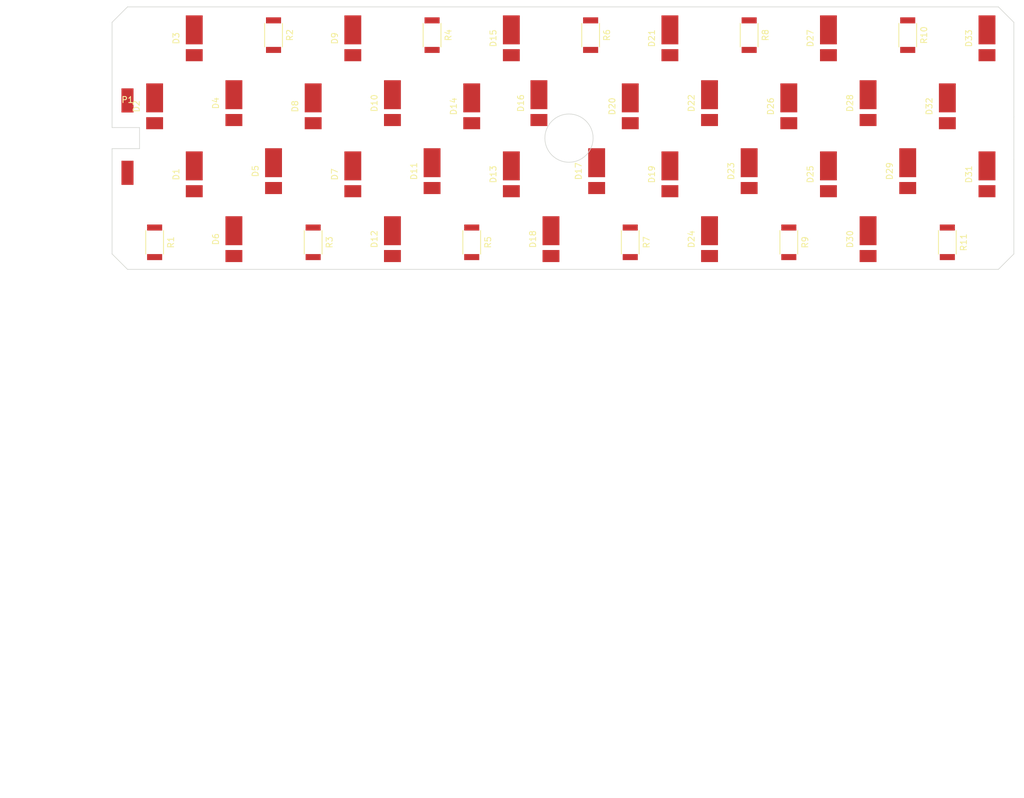
<source format=kicad_pcb>
(kicad_pcb (version 4) (host pcbnew 0.201511290701+6331~38~ubuntu14.04.1-stable)

  (general
    (links 60)
    (no_connects 0)
    (area 90.895402 20.945402 240.504598 64.554598)
    (thickness 1.6)
    (drawings 18)
    (tracks 0)
    (zones 0)
    (modules 45)
    (nets 39)
  )

  (page A4)
  (layers
    (0 F.Cu signal)
    (31 B.Cu signal)
    (32 B.Adhes user)
    (33 F.Adhes user)
    (34 B.Paste user)
    (35 F.Paste user)
    (36 B.SilkS user)
    (37 F.SilkS user)
    (38 B.Mask user)
    (39 F.Mask user hide)
    (40 Dwgs.User user)
    (41 Cmts.User user)
    (42 Eco1.User user)
    (43 Eco2.User user)
    (44 Edge.Cuts user)
    (45 Margin user)
    (46 B.CrtYd user)
    (47 F.CrtYd user)
    (48 B.Fab user)
    (49 F.Fab user)
  )

  (setup
    (last_trace_width 0.25)
    (trace_clearance 0.2)
    (zone_clearance 0.5)
    (zone_45_only no)
    (trace_min 0.2)
    (segment_width 0.2)
    (edge_width 0.2)
    (via_size 0.6)
    (via_drill 0.4)
    (via_min_size 0.4)
    (via_min_drill 0.3)
    (uvia_size 0.3)
    (uvia_drill 0.1)
    (uvias_allowed no)
    (uvia_min_size 0.2)
    (uvia_min_drill 0.1)
    (pcb_text_width 0.3)
    (pcb_text_size 1.5 1.5)
    (mod_edge_width 0.15)
    (mod_text_size 1 1)
    (mod_text_width 0.15)
    (pad_size 1.524 1.524)
    (pad_drill 0.762)
    (pad_to_mask_clearance 0.2)
    (aux_axis_origin 0 0)
    (visible_elements FFFFFF7F)
    (pcbplotparams
      (layerselection 0x00030_80000001)
      (usegerberextensions false)
      (excludeedgelayer true)
      (linewidth 0.100000)
      (plotframeref false)
      (viasonmask false)
      (mode 1)
      (useauxorigin false)
      (hpglpennumber 1)
      (hpglpenspeed 20)
      (hpglpendiameter 15)
      (hpglpenoverlay 2)
      (psnegative false)
      (psa4output false)
      (plotreference true)
      (plotvalue true)
      (plotinvisibletext false)
      (padsonsilk false)
      (subtractmaskfromsilk false)
      (outputformat 1)
      (mirror false)
      (drillshape 1)
      (scaleselection 1)
      (outputdirectory ""))
  )

  (net 0 "")
  (net 1 "Net-(D1-Pad1)")
  (net 2 "Net-(D1-Pad2)")
  (net 3 "Net-(D2-Pad2)")
  (net 4 GND)
  (net 5 "Net-(D4-Pad2)")
  (net 6 "Net-(D5-Pad2)")
  (net 7 "Net-(D7-Pad1)")
  (net 8 "Net-(D7-Pad2)")
  (net 9 "Net-(D8-Pad2)")
  (net 10 "Net-(D10-Pad2)")
  (net 11 "Net-(D11-Pad2)")
  (net 12 "Net-(D13-Pad1)")
  (net 13 "Net-(D13-Pad2)")
  (net 14 "Net-(D14-Pad2)")
  (net 15 "Net-(D16-Pad2)")
  (net 16 "Net-(D17-Pad2)")
  (net 17 "Net-(D19-Pad1)")
  (net 18 "Net-(D19-Pad2)")
  (net 19 "Net-(D20-Pad2)")
  (net 20 "Net-(D22-Pad2)")
  (net 21 "Net-(D23-Pad2)")
  (net 22 "Net-(D25-Pad1)")
  (net 23 "Net-(D25-Pad2)")
  (net 24 "Net-(D26-Pad2)")
  (net 25 "Net-(D28-Pad2)")
  (net 26 "Net-(D29-Pad2)")
  (net 27 "Net-(D31-Pad1)")
  (net 28 "Net-(D31-Pad2)")
  (net 29 "Net-(D32-Pad2)")
  (net 30 "Net-(D34-Pad2)")
  (net 31 "Net-(D35-Pad2)")
  (net 32 VCC)
  (net 33 "Net-(D6-Pad2)")
  (net 34 "Net-(D12-Pad2)")
  (net 35 "Net-(D18-Pad2)")
  (net 36 "Net-(D24-Pad2)")
  (net 37 "Net-(D30-Pad2)")
  (net 38 "Net-(D36-Pad2)")

  (net_class Default "This is the default net class."
    (clearance 0.2)
    (trace_width 0.25)
    (via_dia 0.6)
    (via_drill 0.4)
    (uvia_dia 0.3)
    (uvia_drill 0.1)
    (add_net GND)
    (add_net "Net-(D1-Pad1)")
    (add_net "Net-(D1-Pad2)")
    (add_net "Net-(D10-Pad2)")
    (add_net "Net-(D11-Pad2)")
    (add_net "Net-(D12-Pad2)")
    (add_net "Net-(D13-Pad1)")
    (add_net "Net-(D13-Pad2)")
    (add_net "Net-(D14-Pad2)")
    (add_net "Net-(D16-Pad2)")
    (add_net "Net-(D17-Pad2)")
    (add_net "Net-(D18-Pad2)")
    (add_net "Net-(D19-Pad1)")
    (add_net "Net-(D19-Pad2)")
    (add_net "Net-(D2-Pad2)")
    (add_net "Net-(D20-Pad2)")
    (add_net "Net-(D22-Pad2)")
    (add_net "Net-(D23-Pad2)")
    (add_net "Net-(D24-Pad2)")
    (add_net "Net-(D25-Pad1)")
    (add_net "Net-(D25-Pad2)")
    (add_net "Net-(D26-Pad2)")
    (add_net "Net-(D28-Pad2)")
    (add_net "Net-(D29-Pad2)")
    (add_net "Net-(D30-Pad2)")
    (add_net "Net-(D31-Pad1)")
    (add_net "Net-(D31-Pad2)")
    (add_net "Net-(D32-Pad2)")
    (add_net "Net-(D34-Pad2)")
    (add_net "Net-(D35-Pad2)")
    (add_net "Net-(D36-Pad2)")
    (add_net "Net-(D4-Pad2)")
    (add_net "Net-(D5-Pad2)")
    (add_net "Net-(D6-Pad2)")
    (add_net "Net-(D7-Pad1)")
    (add_net "Net-(D7-Pad2)")
    (add_net "Net-(D8-Pad2)")
    (add_net VCC)
  )

  (module Resistors_SMD:R_2010 (layer F.Cu) (tedit 565C05E8) (tstamp 565AB4D7)
    (at 229.42856 60.024997 270)
    (descr "Resistor SMD 2010, reflow soldering, Vishay (see dcrcw.pdf)")
    (tags "resistor 2010")
    (path /565ACA50)
    (attr smd)
    (fp_text reference R11 (at 0 -2.7 270) (layer F.SilkS)
      (effects (font (size 1 1) (thickness 0.15)))
    )
    (fp_text value R (at 0 2.7 270) (layer F.Fab)
      (effects (font (size 1 1) (thickness 0.15)))
    )
    (fp_line (start -3.25 -1.6) (end 3.25 -1.6) (layer F.CrtYd) (width 0.05))
    (fp_line (start -3.25 1.6) (end 3.25 1.6) (layer F.CrtYd) (width 0.05))
    (fp_line (start -3.25 -1.6) (end -3.25 1.6) (layer F.CrtYd) (width 0.05))
    (fp_line (start 3.25 -1.6) (end 3.25 1.6) (layer F.CrtYd) (width 0.05))
    (fp_line (start 1.95 1.475) (end -1.95 1.475) (layer F.SilkS) (width 0.15))
    (fp_line (start -1.95 -1.475) (end 1.95 -1.475) (layer F.SilkS) (width 0.15))
    (pad 1 smd rect (at -2.45 0 270) (size 1 2.5) (layers F.Cu F.Paste F.Mask)
      (net 38 "Net-(D36-Pad2)"))
    (pad 2 smd rect (at 2.45 0 270) (size 1 2.5) (layers F.Cu F.Paste F.Mask)
      (net 4 GND))
    (model Resistors_SMD.3dshapes/R_2010.wrl
      (at (xyz 0 0 0))
      (scale (xyz 1 1 1))
      (rotate (xyz 0 0 0))
    )
  )

  (module Pin_Headers:Pin_Header_Angled_1x02 (layer F.Cu) (tedit 565ACBA5) (tstamp 565AC9EF)
    (at 93.5 42.5)
    (descr "Through hole pin header")
    (tags "pin header")
    (path /56578325)
    (fp_text reference P1 (at 0 -6.1) (layer F.SilkS)
      (effects (font (size 1 1) (thickness 0.15)))
    )
    (fp_text value CONN_01X02 (at 0 -4.1) (layer F.Fab)
      (effects (font (size 1 1) (thickness 0.15)))
    )
    (pad 1 smd rect (at 0 -6) (size 2 4) (layers F.Cu F.Paste F.Mask)
      (net 32 VCC))
    (pad 2 smd rect (at 0 6) (size 2 4) (layers F.Cu F.Paste F.Mask)
      (net 4 GND))
  )

  (module footprints:LED5730 (layer F.Cu) (tedit 565C054A) (tstamp 565766D9)
    (at 104.571428 26.2 270)
    (path /5657574F)
    (fp_text reference D3 (at 0 3 270) (layer F.SilkS)
      (effects (font (size 1 1) (thickness 0.15)))
    )
    (fp_text value LED (at 0 -3 270) (layer F.Fab)
      (effects (font (size 1 1) (thickness 0.15)))
    )
    (fp_line (start -2.35 -0.5) (end -1.35 -1.5) (layer F.Fab) (width 0.15))
    (fp_line (start 2.35 -1.5) (end 2.35 1.5) (layer F.Fab) (width 0.15))
    (fp_line (start -2.35 -1.5) (end -2.35 1.5) (layer F.Fab) (width 0.15))
    (fp_line (start -2.35 1.5) (end 2.35 1.5) (layer F.Fab) (width 0.15))
    (fp_line (start -2.35 -1.5) (end 2.35 -1.5) (layer F.Fab) (width 0.15))
    (pad 1 smd rect (at -1.4 0 270) (size 4.8 2.8) (layers F.Cu F.Paste F.Mask)
      (net 1 "Net-(D1-Pad1)"))
    (pad 2 smd rect (at 2.8 0 270) (size 2 2.8) (layers F.Cu F.Paste F.Mask)
      (net 2 "Net-(D1-Pad2)"))
    (model /home/miceuz/Xaltura/linear-dimmer/3d/LED5730.wrl
      (at (xyz 0 0 0))
      (scale (xyz 0.393701 0.393701 0.393701))
      (rotate (xyz 0 0 0))
    )
  )

  (module footprints:LED5730 (layer F.Cu) (tedit 565762B5) (tstamp 565766E4)
    (at 98 37.474999 270)
    (path /5657579F)
    (fp_text reference D2 (at 0 3 270) (layer F.SilkS)
      (effects (font (size 1 1) (thickness 0.15)))
    )
    (fp_text value LED (at 0 -3 270) (layer F.Fab)
      (effects (font (size 1 1) (thickness 0.15)))
    )
    (fp_line (start -2.35 -0.5) (end -1.35 -1.5) (layer F.Fab) (width 0.15))
    (fp_line (start 2.35 -1.5) (end 2.35 1.5) (layer F.Fab) (width 0.15))
    (fp_line (start -2.35 -1.5) (end -2.35 1.5) (layer F.Fab) (width 0.15))
    (fp_line (start -2.35 1.5) (end 2.35 1.5) (layer F.Fab) (width 0.15))
    (fp_line (start -2.35 -1.5) (end 2.35 -1.5) (layer F.Fab) (width 0.15))
    (pad 1 smd rect (at -1.4 0 270) (size 4.8 2.8) (layers F.Cu F.Paste F.Mask)
      (net 2 "Net-(D1-Pad2)"))
    (pad 2 smd rect (at 2.8 0 270) (size 2 2.8) (layers F.Cu F.Paste F.Mask)
      (net 3 "Net-(D2-Pad2)"))
    (model /home/miceuz/Xaltura/linear-dimmer/3d/LED5730.wrl
      (at (xyz 0 0 0))
      (scale (xyz 0.393701 0.393701 0.393701))
      (rotate (xyz 0 0 0))
    )
  )

  (module footprints:LED5730 (layer F.Cu) (tedit 565C053F) (tstamp 565766EF)
    (at 104.571428 48.749998 270)
    (path /565757EE)
    (fp_text reference D1 (at 0 3 270) (layer F.SilkS)
      (effects (font (size 1 1) (thickness 0.15)))
    )
    (fp_text value LED (at 0 -3 270) (layer F.Fab)
      (effects (font (size 1 1) (thickness 0.15)))
    )
    (fp_line (start -2.35 -0.5) (end -1.35 -1.5) (layer F.Fab) (width 0.15))
    (fp_line (start 2.35 -1.5) (end 2.35 1.5) (layer F.Fab) (width 0.15))
    (fp_line (start -2.35 -1.5) (end -2.35 1.5) (layer F.Fab) (width 0.15))
    (fp_line (start -2.35 1.5) (end 2.35 1.5) (layer F.Fab) (width 0.15))
    (fp_line (start -2.35 -1.5) (end 2.35 -1.5) (layer F.Fab) (width 0.15))
    (pad 1 smd rect (at -1.4 0 270) (size 4.8 2.8) (layers F.Cu F.Paste F.Mask)
      (net 3 "Net-(D2-Pad2)"))
    (pad 2 smd rect (at 2.8 0 270) (size 2 2.8) (layers F.Cu F.Paste F.Mask)
      (net 4 GND))
    (model /home/miceuz/Xaltura/linear-dimmer/3d/LED5730.wrl
      (at (xyz 0 0 0))
      (scale (xyz 0.393701 0.393701 0.393701))
      (rotate (xyz 0 0 0))
    )
  )

  (module footprints:LED5730 (layer F.Cu) (tedit 565C060A) (tstamp 565766FA)
    (at 130.85714 26.2 270)
    (path /56575858)
    (fp_text reference D9 (at 0 3 270) (layer F.SilkS)
      (effects (font (size 1 1) (thickness 0.15)))
    )
    (fp_text value LED (at 0 -3 270) (layer F.Fab)
      (effects (font (size 1 1) (thickness 0.15)))
    )
    (fp_line (start -2.35 -0.5) (end -1.35 -1.5) (layer F.Fab) (width 0.15))
    (fp_line (start 2.35 -1.5) (end 2.35 1.5) (layer F.Fab) (width 0.15))
    (fp_line (start -2.35 -1.5) (end -2.35 1.5) (layer F.Fab) (width 0.15))
    (fp_line (start -2.35 1.5) (end 2.35 1.5) (layer F.Fab) (width 0.15))
    (fp_line (start -2.35 -1.5) (end 2.35 -1.5) (layer F.Fab) (width 0.15))
    (pad 1 smd rect (at -1.4 0 270) (size 4.8 2.8) (layers F.Cu F.Paste F.Mask)
      (net 32 VCC))
    (pad 2 smd rect (at 2.8 0 270) (size 2 2.8) (layers F.Cu F.Paste F.Mask)
      (net 5 "Net-(D4-Pad2)"))
    (model /home/miceuz/Xaltura/linear-dimmer/3d/LED5730.wrl
      (at (xyz 0 0 0))
      (scale (xyz 0.393701 0.393701 0.393701))
      (rotate (xyz 0 0 0))
    )
  )

  (module footprints:LED5730 (layer F.Cu) (tedit 565C057D) (tstamp 56576705)
    (at 111.142856 36.95 270)
    (path /5657585E)
    (fp_text reference D4 (at 0 3 270) (layer F.SilkS)
      (effects (font (size 1 1) (thickness 0.15)))
    )
    (fp_text value LED (at 0 -3 270) (layer F.Fab)
      (effects (font (size 1 1) (thickness 0.15)))
    )
    (fp_line (start -2.35 -0.5) (end -1.35 -1.5) (layer F.Fab) (width 0.15))
    (fp_line (start 2.35 -1.5) (end 2.35 1.5) (layer F.Fab) (width 0.15))
    (fp_line (start -2.35 -1.5) (end -2.35 1.5) (layer F.Fab) (width 0.15))
    (fp_line (start -2.35 1.5) (end 2.35 1.5) (layer F.Fab) (width 0.15))
    (fp_line (start -2.35 -1.5) (end 2.35 -1.5) (layer F.Fab) (width 0.15))
    (pad 1 smd rect (at -1.4 0 270) (size 4.8 2.8) (layers F.Cu F.Paste F.Mask)
      (net 5 "Net-(D4-Pad2)"))
    (pad 2 smd rect (at 2.8 0 270) (size 2 2.8) (layers F.Cu F.Paste F.Mask)
      (net 6 "Net-(D5-Pad2)"))
    (model /home/miceuz/Xaltura/linear-dimmer/3d/LED5730.wrl
      (at (xyz 0 0 0))
      (scale (xyz 0.3937007874015748 0.3937007874015748 0.3937007874015748))
      (rotate (xyz 0 0 0))
    )
  )

  (module footprints:LED5730 (layer F.Cu) (tedit 565C0581) (tstamp 56576710)
    (at 117.714284 48.224999 270)
    (path /56575864)
    (fp_text reference D5 (at 0 3 270) (layer F.SilkS)
      (effects (font (size 1 1) (thickness 0.15)))
    )
    (fp_text value LED (at 0 -3 270) (layer F.Fab)
      (effects (font (size 1 1) (thickness 0.15)))
    )
    (fp_line (start -2.35 -0.5) (end -1.35 -1.5) (layer F.Fab) (width 0.15))
    (fp_line (start 2.35 -1.5) (end 2.35 1.5) (layer F.Fab) (width 0.15))
    (fp_line (start -2.35 -1.5) (end -2.35 1.5) (layer F.Fab) (width 0.15))
    (fp_line (start -2.35 1.5) (end 2.35 1.5) (layer F.Fab) (width 0.15))
    (fp_line (start -2.35 -1.5) (end 2.35 -1.5) (layer F.Fab) (width 0.15))
    (pad 1 smd rect (at -1.4 0 270) (size 4.8 2.8) (layers F.Cu F.Paste F.Mask)
      (net 6 "Net-(D5-Pad2)"))
    (pad 2 smd rect (at 2.8 0 270) (size 2 2.8) (layers F.Cu F.Paste F.Mask)
      (net 33 "Net-(D6-Pad2)"))
    (model /home/miceuz/Xaltura/linear-dimmer/3d/LED5730.wrl
      (at (xyz 0 0 0))
      (scale (xyz 0.393701 0.393701 0.393701))
      (rotate (xyz 0 0 0))
    )
  )

  (module footprints:LED5730 (layer F.Cu) (tedit 565C0639) (tstamp 5657671B)
    (at 157.142852 26.2 270)
    (path /565758D0)
    (fp_text reference D15 (at 0 3 270) (layer F.SilkS)
      (effects (font (size 1 1) (thickness 0.15)))
    )
    (fp_text value LED (at 0 -3 270) (layer F.Fab)
      (effects (font (size 1 1) (thickness 0.15)))
    )
    (fp_line (start -2.35 -0.5) (end -1.35 -1.5) (layer F.Fab) (width 0.15))
    (fp_line (start 2.35 -1.5) (end 2.35 1.5) (layer F.Fab) (width 0.15))
    (fp_line (start -2.35 -1.5) (end -2.35 1.5) (layer F.Fab) (width 0.15))
    (fp_line (start -2.35 1.5) (end 2.35 1.5) (layer F.Fab) (width 0.15))
    (fp_line (start -2.35 -1.5) (end 2.35 -1.5) (layer F.Fab) (width 0.15))
    (pad 1 smd rect (at -1.4 0 270) (size 4.8 2.8) (layers F.Cu F.Paste F.Mask)
      (net 7 "Net-(D7-Pad1)"))
    (pad 2 smd rect (at 2.8 0 270) (size 2 2.8) (layers F.Cu F.Paste F.Mask)
      (net 8 "Net-(D7-Pad2)"))
    (model /home/miceuz/Xaltura/linear-dimmer/3d/LED5730.wrl
      (at (xyz 0 0 0))
      (scale (xyz 0.393701 0.393701 0.393701))
      (rotate (xyz 0 0 0))
    )
  )

  (module footprints:LED5730 (layer F.Cu) (tedit 565762B5) (tstamp 56576726)
    (at 124.285712 37.474999 270)
    (path /565758D6)
    (fp_text reference D8 (at 0 3 270) (layer F.SilkS)
      (effects (font (size 1 1) (thickness 0.15)))
    )
    (fp_text value LED (at 0 -3 270) (layer F.Fab)
      (effects (font (size 1 1) (thickness 0.15)))
    )
    (fp_line (start -2.35 -0.5) (end -1.35 -1.5) (layer F.Fab) (width 0.15))
    (fp_line (start 2.35 -1.5) (end 2.35 1.5) (layer F.Fab) (width 0.15))
    (fp_line (start -2.35 -1.5) (end -2.35 1.5) (layer F.Fab) (width 0.15))
    (fp_line (start -2.35 1.5) (end 2.35 1.5) (layer F.Fab) (width 0.15))
    (fp_line (start -2.35 -1.5) (end 2.35 -1.5) (layer F.Fab) (width 0.15))
    (pad 1 smd rect (at -1.4 0 270) (size 4.8 2.8) (layers F.Cu F.Paste F.Mask)
      (net 8 "Net-(D7-Pad2)"))
    (pad 2 smd rect (at 2.8 0 270) (size 2 2.8) (layers F.Cu F.Paste F.Mask)
      (net 9 "Net-(D8-Pad2)"))
    (model /home/miceuz/Xaltura/linear-dimmer/3d/LED5730.wrl
      (at (xyz 0 0 0))
      (scale (xyz 0.393701 0.393701 0.393701))
      (rotate (xyz 0 0 0))
    )
  )

  (module footprints:LED5730 (layer F.Cu) (tedit 565C0587) (tstamp 56576731)
    (at 111.142856 59.499998 270)
    (path /565758DC)
    (fp_text reference D6 (at 0 3 270) (layer F.SilkS)
      (effects (font (size 1 1) (thickness 0.15)))
    )
    (fp_text value LED (at 0 -3 270) (layer F.Fab)
      (effects (font (size 1 1) (thickness 0.15)))
    )
    (fp_line (start -2.35 -0.5) (end -1.35 -1.5) (layer F.Fab) (width 0.15))
    (fp_line (start 2.35 -1.5) (end 2.35 1.5) (layer F.Fab) (width 0.15))
    (fp_line (start -2.35 -1.5) (end -2.35 1.5) (layer F.Fab) (width 0.15))
    (fp_line (start -2.35 1.5) (end 2.35 1.5) (layer F.Fab) (width 0.15))
    (fp_line (start -2.35 -1.5) (end 2.35 -1.5) (layer F.Fab) (width 0.15))
    (pad 1 smd rect (at -1.4 0 270) (size 4.8 2.8) (layers F.Cu F.Paste F.Mask)
      (net 9 "Net-(D8-Pad2)"))
    (pad 2 smd rect (at 2.8 0 270) (size 2 2.8) (layers F.Cu F.Paste F.Mask)
      (net 4 GND))
    (model /home/miceuz/Xaltura/linear-dimmer/3d/LED5730.wrl
      (at (xyz 0 0 0))
      (scale (xyz 0.3937007874015748 0.3937007874015748 0.3937007874015748))
      (rotate (xyz 0 0 0))
    )
  )

  (module footprints:LED5730 (layer F.Cu) (tedit 565C0790) (tstamp 5657673C)
    (at 183.428564 26.2 270)
    (path /56575A83)
    (fp_text reference D21 (at 0 3 270) (layer F.SilkS)
      (effects (font (size 1 1) (thickness 0.15)))
    )
    (fp_text value LED (at 0 -3 270) (layer F.Fab)
      (effects (font (size 1 1) (thickness 0.15)))
    )
    (fp_line (start -2.35 -0.5) (end -1.35 -1.5) (layer F.Fab) (width 0.15))
    (fp_line (start 2.35 -1.5) (end 2.35 1.5) (layer F.Fab) (width 0.15))
    (fp_line (start -2.35 -1.5) (end -2.35 1.5) (layer F.Fab) (width 0.15))
    (fp_line (start -2.35 1.5) (end 2.35 1.5) (layer F.Fab) (width 0.15))
    (fp_line (start -2.35 -1.5) (end 2.35 -1.5) (layer F.Fab) (width 0.15))
    (pad 1 smd rect (at -1.4 0 270) (size 4.8 2.8) (layers F.Cu F.Paste F.Mask)
      (net 32 VCC))
    (pad 2 smd rect (at 2.8 0 270) (size 2 2.8) (layers F.Cu F.Paste F.Mask)
      (net 10 "Net-(D10-Pad2)"))
    (model /home/miceuz/Xaltura/linear-dimmer/3d/LED5730.wrl
      (at (xyz 0 0 0))
      (scale (xyz 0.393701 0.393701 0.393701))
      (rotate (xyz 0 0 0))
    )
  )

  (module footprints:LED5730 (layer F.Cu) (tedit 565C0614) (tstamp 56576747)
    (at 137.428568 36.95 270)
    (path /56575A89)
    (fp_text reference D10 (at 0 3 270) (layer F.SilkS)
      (effects (font (size 1 1) (thickness 0.15)))
    )
    (fp_text value LED (at 0 -3 270) (layer F.Fab)
      (effects (font (size 1 1) (thickness 0.15)))
    )
    (fp_line (start -2.35 -0.5) (end -1.35 -1.5) (layer F.Fab) (width 0.15))
    (fp_line (start 2.35 -1.5) (end 2.35 1.5) (layer F.Fab) (width 0.15))
    (fp_line (start -2.35 -1.5) (end -2.35 1.5) (layer F.Fab) (width 0.15))
    (fp_line (start -2.35 1.5) (end 2.35 1.5) (layer F.Fab) (width 0.15))
    (fp_line (start -2.35 -1.5) (end 2.35 -1.5) (layer F.Fab) (width 0.15))
    (pad 1 smd rect (at -1.4 0 270) (size 4.8 2.8) (layers F.Cu F.Paste F.Mask)
      (net 10 "Net-(D10-Pad2)"))
    (pad 2 smd rect (at 2.8 0 270) (size 2 2.8) (layers F.Cu F.Paste F.Mask)
      (net 11 "Net-(D11-Pad2)"))
    (model /home/miceuz/Xaltura/linear-dimmer/3d/LED5730.wrl
      (at (xyz 0 0 0))
      (scale (xyz 0.3937007874015748 0.3937007874015748 0.3937007874015748))
      (rotate (xyz 0 0 0))
    )
  )

  (module footprints:LED5730 (layer F.Cu) (tedit 565C05FB) (tstamp 56576752)
    (at 130.85714 48.749998 270)
    (path /56575A8F)
    (fp_text reference D7 (at 0 3 270) (layer F.SilkS)
      (effects (font (size 1 1) (thickness 0.15)))
    )
    (fp_text value LED (at 0 -3 270) (layer F.Fab)
      (effects (font (size 1 1) (thickness 0.15)))
    )
    (fp_line (start -2.35 -0.5) (end -1.35 -1.5) (layer F.Fab) (width 0.15))
    (fp_line (start 2.35 -1.5) (end 2.35 1.5) (layer F.Fab) (width 0.15))
    (fp_line (start -2.35 -1.5) (end -2.35 1.5) (layer F.Fab) (width 0.15))
    (fp_line (start -2.35 1.5) (end 2.35 1.5) (layer F.Fab) (width 0.15))
    (fp_line (start -2.35 -1.5) (end 2.35 -1.5) (layer F.Fab) (width 0.15))
    (pad 1 smd rect (at -1.4 0 270) (size 4.8 2.8) (layers F.Cu F.Paste F.Mask)
      (net 11 "Net-(D11-Pad2)"))
    (pad 2 smd rect (at 2.8 0 270) (size 2 2.8) (layers F.Cu F.Paste F.Mask)
      (net 34 "Net-(D12-Pad2)"))
    (model /home/miceuz/Xaltura/linear-dimmer/3d/LED5730.wrl
      (at (xyz 0 0 0))
      (scale (xyz 0.393701 0.393701 0.393701))
      (rotate (xyz 0 0 0))
    )
  )

  (module footprints:LED5730 (layer F.Cu) (tedit 565C0633) (tstamp 5657675D)
    (at 150.571424 37.474999 270)
    (path /56575A95)
    (fp_text reference D14 (at 0 3 270) (layer F.SilkS)
      (effects (font (size 1 1) (thickness 0.15)))
    )
    (fp_text value LED (at 0 -3 270) (layer F.Fab)
      (effects (font (size 1 1) (thickness 0.15)))
    )
    (fp_line (start -2.35 -0.5) (end -1.35 -1.5) (layer F.Fab) (width 0.15))
    (fp_line (start 2.35 -1.5) (end 2.35 1.5) (layer F.Fab) (width 0.15))
    (fp_line (start -2.35 -1.5) (end -2.35 1.5) (layer F.Fab) (width 0.15))
    (fp_line (start -2.35 1.5) (end 2.35 1.5) (layer F.Fab) (width 0.15))
    (fp_line (start -2.35 -1.5) (end 2.35 -1.5) (layer F.Fab) (width 0.15))
    (pad 1 smd rect (at -1.4 0 270) (size 4.8 2.8) (layers F.Cu F.Paste F.Mask)
      (net 12 "Net-(D13-Pad1)"))
    (pad 2 smd rect (at 2.8 0 270) (size 2 2.8) (layers F.Cu F.Paste F.Mask)
      (net 13 "Net-(D13-Pad2)"))
    (model /home/miceuz/Xaltura/linear-dimmer/3d/LED5730.wrl
      (at (xyz 0 0 0))
      (scale (xyz 0.393701 0.393701 0.393701))
      (rotate (xyz 0 0 0))
    )
  )

  (module footprints:LED5730 (layer F.Cu) (tedit 565C0618) (tstamp 56576768)
    (at 143.999996 48.224999 270)
    (path /56575A9B)
    (fp_text reference D11 (at 0 3 270) (layer F.SilkS)
      (effects (font (size 1 1) (thickness 0.15)))
    )
    (fp_text value LED (at 0 -3 270) (layer F.Fab)
      (effects (font (size 1 1) (thickness 0.15)))
    )
    (fp_line (start -2.35 -0.5) (end -1.35 -1.5) (layer F.Fab) (width 0.15))
    (fp_line (start 2.35 -1.5) (end 2.35 1.5) (layer F.Fab) (width 0.15))
    (fp_line (start -2.35 -1.5) (end -2.35 1.5) (layer F.Fab) (width 0.15))
    (fp_line (start -2.35 1.5) (end 2.35 1.5) (layer F.Fab) (width 0.15))
    (fp_line (start -2.35 -1.5) (end 2.35 -1.5) (layer F.Fab) (width 0.15))
    (pad 1 smd rect (at -1.4 0 270) (size 4.8 2.8) (layers F.Cu F.Paste F.Mask)
      (net 13 "Net-(D13-Pad2)"))
    (pad 2 smd rect (at 2.8 0 270) (size 2 2.8) (layers F.Cu F.Paste F.Mask)
      (net 14 "Net-(D14-Pad2)"))
    (model /home/miceuz/Xaltura/linear-dimmer/3d/LED5730.wrl
      (at (xyz 0 0 0))
      (scale (xyz 0.393701 0.393701 0.393701))
      (rotate (xyz 0 0 0))
    )
  )

  (module footprints:LED5730 (layer F.Cu) (tedit 565C061D) (tstamp 56576773)
    (at 137.428568 59.499998 270)
    (path /56575AA1)
    (fp_text reference D12 (at 0 3 270) (layer F.SilkS)
      (effects (font (size 1 1) (thickness 0.15)))
    )
    (fp_text value LED (at 0 -3 270) (layer F.Fab)
      (effects (font (size 1 1) (thickness 0.15)))
    )
    (fp_line (start -2.35 -0.5) (end -1.35 -1.5) (layer F.Fab) (width 0.15))
    (fp_line (start 2.35 -1.5) (end 2.35 1.5) (layer F.Fab) (width 0.15))
    (fp_line (start -2.35 -1.5) (end -2.35 1.5) (layer F.Fab) (width 0.15))
    (fp_line (start -2.35 1.5) (end 2.35 1.5) (layer F.Fab) (width 0.15))
    (fp_line (start -2.35 -1.5) (end 2.35 -1.5) (layer F.Fab) (width 0.15))
    (pad 1 smd rect (at -1.4 0 270) (size 4.8 2.8) (layers F.Cu F.Paste F.Mask)
      (net 14 "Net-(D14-Pad2)"))
    (pad 2 smd rect (at 2.8 0 270) (size 2 2.8) (layers F.Cu F.Paste F.Mask)
      (net 4 GND))
    (model /home/miceuz/Xaltura/linear-dimmer/3d/LED5730.wrl
      (at (xyz 0 0 0))
      (scale (xyz 0.393701 0.393701 0.393701))
      (rotate (xyz 0 0 0))
    )
  )

  (module footprints:LED5730 (layer F.Cu) (tedit 565C07B8) (tstamp 5657677E)
    (at 209.714276 26.2 270)
    (path /56575AA7)
    (fp_text reference D27 (at 0 3 270) (layer F.SilkS)
      (effects (font (size 1 1) (thickness 0.15)))
    )
    (fp_text value LED (at 0 -3 270) (layer F.Fab)
      (effects (font (size 1 1) (thickness 0.15)))
    )
    (fp_line (start -2.35 -0.5) (end -1.35 -1.5) (layer F.Fab) (width 0.15))
    (fp_line (start 2.35 -1.5) (end 2.35 1.5) (layer F.Fab) (width 0.15))
    (fp_line (start -2.35 -1.5) (end -2.35 1.5) (layer F.Fab) (width 0.15))
    (fp_line (start -2.35 1.5) (end 2.35 1.5) (layer F.Fab) (width 0.15))
    (fp_line (start -2.35 -1.5) (end 2.35 -1.5) (layer F.Fab) (width 0.15))
    (pad 1 smd rect (at -1.4 0 270) (size 4.8 2.8) (layers F.Cu F.Paste F.Mask)
      (net 32 VCC))
    (pad 2 smd rect (at 2.8 0 270) (size 2 2.8) (layers F.Cu F.Paste F.Mask)
      (net 15 "Net-(D16-Pad2)"))
    (model /home/miceuz/Xaltura/linear-dimmer/3d/LED5730.wrl
      (at (xyz 0 0 0))
      (scale (xyz 0.393701 0.393701 0.393701))
      (rotate (xyz 0 0 0))
    )
  )

  (module footprints:LED5730 (layer F.Cu) (tedit 565C0772) (tstamp 56576789)
    (at 161.71428 36.95 270)
    (path /56575AAD)
    (fp_text reference D16 (at 0 3 270) (layer F.SilkS)
      (effects (font (size 1 1) (thickness 0.15)))
    )
    (fp_text value LED (at 0 -3 270) (layer F.Fab)
      (effects (font (size 1 1) (thickness 0.15)))
    )
    (fp_line (start -2.35 -0.5) (end -1.35 -1.5) (layer F.Fab) (width 0.15))
    (fp_line (start 2.35 -1.5) (end 2.35 1.5) (layer F.Fab) (width 0.15))
    (fp_line (start -2.35 -1.5) (end -2.35 1.5) (layer F.Fab) (width 0.15))
    (fp_line (start -2.35 1.5) (end 2.35 1.5) (layer F.Fab) (width 0.15))
    (fp_line (start -2.35 -1.5) (end 2.35 -1.5) (layer F.Fab) (width 0.15))
    (pad 1 smd rect (at -1.4 0 270) (size 4.8 2.8) (layers F.Cu F.Paste F.Mask)
      (net 15 "Net-(D16-Pad2)"))
    (pad 2 smd rect (at 2.8 0 270) (size 2 2.8) (layers F.Cu F.Paste F.Mask)
      (net 16 "Net-(D17-Pad2)"))
    (model /home/miceuz/Xaltura/linear-dimmer/3d/LED5730.wrl
      (at (xyz 0 0 0))
      (scale (xyz 0.393701 0.393701 0.393701))
      (rotate (xyz 0 0 0))
    )
  )

  (module footprints:LED5730 (layer F.Cu) (tedit 565C062B) (tstamp 56576794)
    (at 157.142852 48.749998 270)
    (path /56575AB3)
    (fp_text reference D13 (at 0 3 270) (layer F.SilkS)
      (effects (font (size 1 1) (thickness 0.15)))
    )
    (fp_text value LED (at 0 -3 270) (layer F.Fab)
      (effects (font (size 1 1) (thickness 0.15)))
    )
    (fp_line (start -2.35 -0.5) (end -1.35 -1.5) (layer F.Fab) (width 0.15))
    (fp_line (start 2.35 -1.5) (end 2.35 1.5) (layer F.Fab) (width 0.15))
    (fp_line (start -2.35 -1.5) (end -2.35 1.5) (layer F.Fab) (width 0.15))
    (fp_line (start -2.35 1.5) (end 2.35 1.5) (layer F.Fab) (width 0.15))
    (fp_line (start -2.35 -1.5) (end 2.35 -1.5) (layer F.Fab) (width 0.15))
    (pad 1 smd rect (at -1.4 0 270) (size 4.8 2.8) (layers F.Cu F.Paste F.Mask)
      (net 16 "Net-(D17-Pad2)"))
    (pad 2 smd rect (at 2.8 0 270) (size 2 2.8) (layers F.Cu F.Paste F.Mask)
      (net 35 "Net-(D18-Pad2)"))
    (model /home/miceuz/Xaltura/linear-dimmer/3d/LED5730.wrl
      (at (xyz 0 0 0))
      (scale (xyz 0.393701 0.393701 0.393701))
      (rotate (xyz 0 0 0))
    )
  )

  (module footprints:LED5730 (layer F.Cu) (tedit 565C078B) (tstamp 5657679F)
    (at 176.857136 37.474999 270)
    (path /565763B9)
    (fp_text reference D20 (at 0 3 270) (layer F.SilkS)
      (effects (font (size 1 1) (thickness 0.15)))
    )
    (fp_text value LED (at 0 -3 270) (layer F.Fab)
      (effects (font (size 1 1) (thickness 0.15)))
    )
    (fp_line (start -2.35 -0.5) (end -1.35 -1.5) (layer F.Fab) (width 0.15))
    (fp_line (start 2.35 -1.5) (end 2.35 1.5) (layer F.Fab) (width 0.15))
    (fp_line (start -2.35 -1.5) (end -2.35 1.5) (layer F.Fab) (width 0.15))
    (fp_line (start -2.35 1.5) (end 2.35 1.5) (layer F.Fab) (width 0.15))
    (fp_line (start -2.35 -1.5) (end 2.35 -1.5) (layer F.Fab) (width 0.15))
    (pad 1 smd rect (at -1.4 0 270) (size 4.8 2.8) (layers F.Cu F.Paste F.Mask)
      (net 17 "Net-(D19-Pad1)"))
    (pad 2 smd rect (at 2.8 0 270) (size 2 2.8) (layers F.Cu F.Paste F.Mask)
      (net 18 "Net-(D19-Pad2)"))
    (model /home/miceuz/Xaltura/linear-dimmer/3d/LED5730.wrl
      (at (xyz 0 0 0))
      (scale (xyz 0.393701 0.393701 0.393701))
      (rotate (xyz 0 0 0))
    )
  )

  (module footprints:LED5730 (layer F.Cu) (tedit 565C0777) (tstamp 565767AA)
    (at 171.285708 48.224999 270)
    (path /565763BF)
    (fp_text reference D17 (at 0 3 270) (layer F.SilkS)
      (effects (font (size 1 1) (thickness 0.15)))
    )
    (fp_text value LED (at 0 -3 270) (layer F.Fab)
      (effects (font (size 1 1) (thickness 0.15)))
    )
    (fp_line (start -2.35 -0.5) (end -1.35 -1.5) (layer F.Fab) (width 0.15))
    (fp_line (start 2.35 -1.5) (end 2.35 1.5) (layer F.Fab) (width 0.15))
    (fp_line (start -2.35 -1.5) (end -2.35 1.5) (layer F.Fab) (width 0.15))
    (fp_line (start -2.35 1.5) (end 2.35 1.5) (layer F.Fab) (width 0.15))
    (fp_line (start -2.35 -1.5) (end 2.35 -1.5) (layer F.Fab) (width 0.15))
    (pad 1 smd rect (at -1.4 0 270) (size 4.8 2.8) (layers F.Cu F.Paste F.Mask)
      (net 18 "Net-(D19-Pad2)"))
    (pad 2 smd rect (at 2.8 0 270) (size 2 2.8) (layers F.Cu F.Paste F.Mask)
      (net 19 "Net-(D20-Pad2)"))
    (model /home/miceuz/Xaltura/linear-dimmer/3d/LED5730.wrl
      (at (xyz 0 0 0))
      (scale (xyz 0.393701 0.393701 0.393701))
      (rotate (xyz 0 0 0))
    )
  )

  (module footprints:LED5730 (layer F.Cu) (tedit 565C077C) (tstamp 565767B5)
    (at 163.71428 59.499998 270)
    (path /565763C5)
    (fp_text reference D18 (at 0 3 270) (layer F.SilkS)
      (effects (font (size 1 1) (thickness 0.15)))
    )
    (fp_text value LED (at 0 -3 270) (layer F.Fab)
      (effects (font (size 1 1) (thickness 0.15)))
    )
    (fp_line (start -2.35 -0.5) (end -1.35 -1.5) (layer F.Fab) (width 0.15))
    (fp_line (start 2.35 -1.5) (end 2.35 1.5) (layer F.Fab) (width 0.15))
    (fp_line (start -2.35 -1.5) (end -2.35 1.5) (layer F.Fab) (width 0.15))
    (fp_line (start -2.35 1.5) (end 2.35 1.5) (layer F.Fab) (width 0.15))
    (fp_line (start -2.35 -1.5) (end 2.35 -1.5) (layer F.Fab) (width 0.15))
    (pad 1 smd rect (at -1.4 0 270) (size 4.8 2.8) (layers F.Cu F.Paste F.Mask)
      (net 19 "Net-(D20-Pad2)"))
    (pad 2 smd rect (at 2.8 0 270) (size 2 2.8) (layers F.Cu F.Paste F.Mask)
      (net 4 GND))
    (model /home/miceuz/Xaltura/linear-dimmer/3d/LED5730.wrl
      (at (xyz 0 0 0))
      (scale (xyz 0.393701 0.393701 0.393701))
      (rotate (xyz 0 0 0))
    )
  )

  (module footprints:LED5730 (layer F.Cu) (tedit 565C07E0) (tstamp 565767C0)
    (at 235.999988 26.2 270)
    (path /565763CB)
    (fp_text reference D33 (at 0 3 270) (layer F.SilkS)
      (effects (font (size 1 1) (thickness 0.15)))
    )
    (fp_text value LED (at 0 -3 270) (layer F.Fab)
      (effects (font (size 1 1) (thickness 0.15)))
    )
    (fp_line (start -2.35 -0.5) (end -1.35 -1.5) (layer F.Fab) (width 0.15))
    (fp_line (start 2.35 -1.5) (end 2.35 1.5) (layer F.Fab) (width 0.15))
    (fp_line (start -2.35 -1.5) (end -2.35 1.5) (layer F.Fab) (width 0.15))
    (fp_line (start -2.35 1.5) (end 2.35 1.5) (layer F.Fab) (width 0.15))
    (fp_line (start -2.35 -1.5) (end 2.35 -1.5) (layer F.Fab) (width 0.15))
    (pad 1 smd rect (at -1.4 0 270) (size 4.8 2.8) (layers F.Cu F.Paste F.Mask)
      (net 32 VCC))
    (pad 2 smd rect (at 2.8 0 270) (size 2 2.8) (layers F.Cu F.Paste F.Mask)
      (net 20 "Net-(D22-Pad2)"))
    (model /home/miceuz/Xaltura/linear-dimmer/3d/LED5730.wrl
      (at (xyz 0 0 0))
      (scale (xyz 0.393701 0.393701 0.393701))
      (rotate (xyz 0 0 0))
    )
  )

  (module footprints:LED5730 (layer F.Cu) (tedit 565C079B) (tstamp 565767CB)
    (at 189.999992 36.95 270)
    (path /565763D1)
    (fp_text reference D22 (at 0 3 270) (layer F.SilkS)
      (effects (font (size 1 1) (thickness 0.15)))
    )
    (fp_text value LED (at 0 -3 270) (layer F.Fab)
      (effects (font (size 1 1) (thickness 0.15)))
    )
    (fp_line (start -2.35 -0.5) (end -1.35 -1.5) (layer F.Fab) (width 0.15))
    (fp_line (start 2.35 -1.5) (end 2.35 1.5) (layer F.Fab) (width 0.15))
    (fp_line (start -2.35 -1.5) (end -2.35 1.5) (layer F.Fab) (width 0.15))
    (fp_line (start -2.35 1.5) (end 2.35 1.5) (layer F.Fab) (width 0.15))
    (fp_line (start -2.35 -1.5) (end 2.35 -1.5) (layer F.Fab) (width 0.15))
    (pad 1 smd rect (at -1.4 0 270) (size 4.8 2.8) (layers F.Cu F.Paste F.Mask)
      (net 20 "Net-(D22-Pad2)"))
    (pad 2 smd rect (at 2.8 0 270) (size 2 2.8) (layers F.Cu F.Paste F.Mask)
      (net 21 "Net-(D23-Pad2)"))
    (model /home/miceuz/Xaltura/linear-dimmer/3d/LED5730.wrl
      (at (xyz 0 0 0))
      (scale (xyz 0.393701 0.393701 0.393701))
      (rotate (xyz 0 0 0))
    )
  )

  (module footprints:LED5730 (layer F.Cu) (tedit 565C0787) (tstamp 565767D6)
    (at 183.428564 48.749998 270)
    (path /565763D7)
    (fp_text reference D19 (at 0 3 270) (layer F.SilkS)
      (effects (font (size 1 1) (thickness 0.15)))
    )
    (fp_text value LED (at 0 -3 270) (layer F.Fab)
      (effects (font (size 1 1) (thickness 0.15)))
    )
    (fp_line (start -2.35 -0.5) (end -1.35 -1.5) (layer F.Fab) (width 0.15))
    (fp_line (start 2.35 -1.5) (end 2.35 1.5) (layer F.Fab) (width 0.15))
    (fp_line (start -2.35 -1.5) (end -2.35 1.5) (layer F.Fab) (width 0.15))
    (fp_line (start -2.35 1.5) (end 2.35 1.5) (layer F.Fab) (width 0.15))
    (fp_line (start -2.35 -1.5) (end 2.35 -1.5) (layer F.Fab) (width 0.15))
    (pad 1 smd rect (at -1.4 0 270) (size 4.8 2.8) (layers F.Cu F.Paste F.Mask)
      (net 21 "Net-(D23-Pad2)"))
    (pad 2 smd rect (at 2.8 0 270) (size 2 2.8) (layers F.Cu F.Paste F.Mask)
      (net 36 "Net-(D24-Pad2)"))
    (model /home/miceuz/Xaltura/linear-dimmer/3d/LED5730.wrl
      (at (xyz 0 0 0))
      (scale (xyz 0.3937007874015748 0.3937007874015748 0.3937007874015748))
      (rotate (xyz 0 0 0))
    )
  )

  (module footprints:LED5730 (layer F.Cu) (tedit 565C07A0) (tstamp 565767EC)
    (at 196.57142 48.224999 270)
    (path /565763E3)
    (fp_text reference D23 (at 0 3 270) (layer F.SilkS)
      (effects (font (size 1 1) (thickness 0.15)))
    )
    (fp_text value LED (at 0 -3 270) (layer F.Fab)
      (effects (font (size 1 1) (thickness 0.15)))
    )
    (fp_line (start -2.35 -0.5) (end -1.35 -1.5) (layer F.Fab) (width 0.15))
    (fp_line (start 2.35 -1.5) (end 2.35 1.5) (layer F.Fab) (width 0.15))
    (fp_line (start -2.35 -1.5) (end -2.35 1.5) (layer F.Fab) (width 0.15))
    (fp_line (start -2.35 1.5) (end 2.35 1.5) (layer F.Fab) (width 0.15))
    (fp_line (start -2.35 -1.5) (end 2.35 -1.5) (layer F.Fab) (width 0.15))
    (pad 1 smd rect (at -1.4 0 270) (size 4.8 2.8) (layers F.Cu F.Paste F.Mask)
      (net 23 "Net-(D25-Pad2)"))
    (pad 2 smd rect (at 2.8 0 270) (size 2 2.8) (layers F.Cu F.Paste F.Mask)
      (net 24 "Net-(D26-Pad2)"))
    (model /home/miceuz/Xaltura/linear-dimmer/3d/LED5730.wrl
      (at (xyz 0 0 0))
      (scale (xyz 0.393701 0.393701 0.393701))
      (rotate (xyz 0 0 0))
    )
  )

  (module footprints:LED5730 (layer F.Cu) (tedit 565C07A4) (tstamp 565767F7)
    (at 189.999992 59.499998 270)
    (path /565763E9)
    (fp_text reference D24 (at 0 3 270) (layer F.SilkS)
      (effects (font (size 1 1) (thickness 0.15)))
    )
    (fp_text value LED (at 0 -3 270) (layer F.Fab)
      (effects (font (size 1 1) (thickness 0.15)))
    )
    (fp_line (start -2.35 -0.5) (end -1.35 -1.5) (layer F.Fab) (width 0.15))
    (fp_line (start 2.35 -1.5) (end 2.35 1.5) (layer F.Fab) (width 0.15))
    (fp_line (start -2.35 -1.5) (end -2.35 1.5) (layer F.Fab) (width 0.15))
    (fp_line (start -2.35 1.5) (end 2.35 1.5) (layer F.Fab) (width 0.15))
    (fp_line (start -2.35 -1.5) (end 2.35 -1.5) (layer F.Fab) (width 0.15))
    (pad 1 smd rect (at -1.4 0 270) (size 4.8 2.8) (layers F.Cu F.Paste F.Mask)
      (net 24 "Net-(D26-Pad2)"))
    (pad 2 smd rect (at 2.8 0 270) (size 2 2.8) (layers F.Cu F.Paste F.Mask)
      (net 4 GND))
    (model /home/miceuz/Xaltura/linear-dimmer/3d/LED5730.wrl
      (at (xyz 0 0 0))
      (scale (xyz 0.393701 0.393701 0.393701))
      (rotate (xyz 0 0 0))
    )
  )

  (module footprints:LED5730 (layer F.Cu) (tedit 565C07B4) (tstamp 5657680D)
    (at 203.142848 37.474999 270)
    (path /565763F5)
    (fp_text reference D26 (at 0 3 270) (layer F.SilkS)
      (effects (font (size 1 1) (thickness 0.15)))
    )
    (fp_text value LED (at 0 -3 270) (layer F.Fab)
      (effects (font (size 1 1) (thickness 0.15)))
    )
    (fp_line (start -2.35 -0.5) (end -1.35 -1.5) (layer F.Fab) (width 0.15))
    (fp_line (start 2.35 -1.5) (end 2.35 1.5) (layer F.Fab) (width 0.15))
    (fp_line (start -2.35 -1.5) (end -2.35 1.5) (layer F.Fab) (width 0.15))
    (fp_line (start -2.35 1.5) (end 2.35 1.5) (layer F.Fab) (width 0.15))
    (fp_line (start -2.35 -1.5) (end 2.35 -1.5) (layer F.Fab) (width 0.15))
    (pad 1 smd rect (at -1.4 0 270) (size 4.8 2.8) (layers F.Cu F.Paste F.Mask)
      (net 25 "Net-(D28-Pad2)"))
    (pad 2 smd rect (at 2.8 0 270) (size 2 2.8) (layers F.Cu F.Paste F.Mask)
      (net 26 "Net-(D29-Pad2)"))
    (model /home/miceuz/Xaltura/linear-dimmer/3d/LED5730.wrl
      (at (xyz 0 0 0))
      (scale (xyz 0.393701 0.393701 0.393701))
      (rotate (xyz 0 0 0))
    )
  )

  (module footprints:LED5730 (layer F.Cu) (tedit 565C07B0) (tstamp 56576818)
    (at 209.714276 48.749998 270)
    (path /565763FB)
    (fp_text reference D25 (at 0 3 270) (layer F.SilkS)
      (effects (font (size 1 1) (thickness 0.15)))
    )
    (fp_text value LED (at 0 -3 270) (layer F.Fab)
      (effects (font (size 1 1) (thickness 0.15)))
    )
    (fp_line (start -2.35 -0.5) (end -1.35 -1.5) (layer F.Fab) (width 0.15))
    (fp_line (start 2.35 -1.5) (end 2.35 1.5) (layer F.Fab) (width 0.15))
    (fp_line (start -2.35 -1.5) (end -2.35 1.5) (layer F.Fab) (width 0.15))
    (fp_line (start -2.35 1.5) (end 2.35 1.5) (layer F.Fab) (width 0.15))
    (fp_line (start -2.35 -1.5) (end 2.35 -1.5) (layer F.Fab) (width 0.15))
    (pad 1 smd rect (at -1.4 0 270) (size 4.8 2.8) (layers F.Cu F.Paste F.Mask)
      (net 26 "Net-(D29-Pad2)"))
    (pad 2 smd rect (at 2.8 0 270) (size 2 2.8) (layers F.Cu F.Paste F.Mask)
      (net 37 "Net-(D30-Pad2)"))
    (model /home/miceuz/Xaltura/linear-dimmer/3d/LED5730.wrl
      (at (xyz 0 0 0))
      (scale (xyz 0.3937007874015748 0.3937007874015748 0.3937007874015748))
      (rotate (xyz 0 0 0))
    )
  )

  (module footprints:LED5730 (layer F.Cu) (tedit 565C07BF) (tstamp 56576823)
    (at 216.285704 36.949999 270)
    (path /56576401)
    (fp_text reference D28 (at 0 3 270) (layer F.SilkS)
      (effects (font (size 1 1) (thickness 0.15)))
    )
    (fp_text value LED (at 0 -3 270) (layer F.Fab)
      (effects (font (size 1 1) (thickness 0.15)))
    )
    (fp_line (start -2.35 -0.5) (end -1.35 -1.5) (layer F.Fab) (width 0.15))
    (fp_line (start 2.35 -1.5) (end 2.35 1.5) (layer F.Fab) (width 0.15))
    (fp_line (start -2.35 -1.5) (end -2.35 1.5) (layer F.Fab) (width 0.15))
    (fp_line (start -2.35 1.5) (end 2.35 1.5) (layer F.Fab) (width 0.15))
    (fp_line (start -2.35 -1.5) (end 2.35 -1.5) (layer F.Fab) (width 0.15))
    (pad 1 smd rect (at -1.4 0 270) (size 4.8 2.8) (layers F.Cu F.Paste F.Mask)
      (net 27 "Net-(D31-Pad1)"))
    (pad 2 smd rect (at 2.8 0 270) (size 2 2.8) (layers F.Cu F.Paste F.Mask)
      (net 28 "Net-(D31-Pad2)"))
    (model /home/miceuz/Xaltura/linear-dimmer/3d/LED5730.wrl
      (at (xyz 0 0 0))
      (scale (xyz 0.393701 0.393701 0.393701))
      (rotate (xyz 0 0 0))
    )
  )

  (module footprints:LED5730 (layer F.Cu) (tedit 565C07C4) (tstamp 5657682E)
    (at 222.857132 48.224997 270)
    (path /56576407)
    (fp_text reference D29 (at 0 3 270) (layer F.SilkS)
      (effects (font (size 1 1) (thickness 0.15)))
    )
    (fp_text value LED (at 0 -3 270) (layer F.Fab)
      (effects (font (size 1 1) (thickness 0.15)))
    )
    (fp_line (start -2.35 -0.5) (end -1.35 -1.5) (layer F.Fab) (width 0.15))
    (fp_line (start 2.35 -1.5) (end 2.35 1.5) (layer F.Fab) (width 0.15))
    (fp_line (start -2.35 -1.5) (end -2.35 1.5) (layer F.Fab) (width 0.15))
    (fp_line (start -2.35 1.5) (end 2.35 1.5) (layer F.Fab) (width 0.15))
    (fp_line (start -2.35 -1.5) (end 2.35 -1.5) (layer F.Fab) (width 0.15))
    (pad 1 smd rect (at -1.4 0 270) (size 4.8 2.8) (layers F.Cu F.Paste F.Mask)
      (net 28 "Net-(D31-Pad2)"))
    (pad 2 smd rect (at 2.8 0 270) (size 2 2.8) (layers F.Cu F.Paste F.Mask)
      (net 29 "Net-(D32-Pad2)"))
    (model /home/miceuz/Xaltura/linear-dimmer/3d/LED5730.wrl
      (at (xyz 0 0 0))
      (scale (xyz 0.393701 0.393701 0.393701))
      (rotate (xyz 0 0 0))
    )
  )

  (module footprints:LED5730 (layer F.Cu) (tedit 565C07CA) (tstamp 56576839)
    (at 216.285704 59.499998 270)
    (path /5657640D)
    (fp_text reference D30 (at 0 3 270) (layer F.SilkS)
      (effects (font (size 1 1) (thickness 0.15)))
    )
    (fp_text value LED (at 0 -3 270) (layer F.Fab)
      (effects (font (size 1 1) (thickness 0.15)))
    )
    (fp_line (start -2.35 -0.5) (end -1.35 -1.5) (layer F.Fab) (width 0.15))
    (fp_line (start 2.35 -1.5) (end 2.35 1.5) (layer F.Fab) (width 0.15))
    (fp_line (start -2.35 -1.5) (end -2.35 1.5) (layer F.Fab) (width 0.15))
    (fp_line (start -2.35 1.5) (end 2.35 1.5) (layer F.Fab) (width 0.15))
    (fp_line (start -2.35 -1.5) (end 2.35 -1.5) (layer F.Fab) (width 0.15))
    (pad 1 smd rect (at -1.4 0 270) (size 4.8 2.8) (layers F.Cu F.Paste F.Mask)
      (net 29 "Net-(D32-Pad2)"))
    (pad 2 smd rect (at 2.8 0 270) (size 2 2.8) (layers F.Cu F.Paste F.Mask)
      (net 4 GND))
    (model /home/miceuz/Xaltura/linear-dimmer/3d/LED5730.wrl
      (at (xyz 0 0 0))
      (scale (xyz 0.393701 0.393701 0.393701))
      (rotate (xyz 0 0 0))
    )
  )

  (module footprints:LED5730 (layer F.Cu) (tedit 565C07D5) (tstamp 5657684F)
    (at 229.42856 37.474998 270)
    (path /56576419)
    (fp_text reference D32 (at 0 3 270) (layer F.SilkS)
      (effects (font (size 1 1) (thickness 0.15)))
    )
    (fp_text value LED (at 0 -3 270) (layer F.Fab)
      (effects (font (size 1 1) (thickness 0.15)))
    )
    (fp_line (start -2.35 -0.5) (end -1.35 -1.5) (layer F.Fab) (width 0.15))
    (fp_line (start 2.35 -1.5) (end 2.35 1.5) (layer F.Fab) (width 0.15))
    (fp_line (start -2.35 -1.5) (end -2.35 1.5) (layer F.Fab) (width 0.15))
    (fp_line (start -2.35 1.5) (end 2.35 1.5) (layer F.Fab) (width 0.15))
    (fp_line (start -2.35 -1.5) (end 2.35 -1.5) (layer F.Fab) (width 0.15))
    (pad 1 smd rect (at -1.4 0 270) (size 4.8 2.8) (layers F.Cu F.Paste F.Mask)
      (net 30 "Net-(D34-Pad2)"))
    (pad 2 smd rect (at 2.8 0 270) (size 2 2.8) (layers F.Cu F.Paste F.Mask)
      (net 31 "Net-(D35-Pad2)"))
    (model /home/miceuz/Xaltura/linear-dimmer/3d/LED5730.wrl
      (at (xyz 0 0 0))
      (scale (xyz 0.393701 0.393701 0.393701))
      (rotate (xyz 0 0 0))
    )
  )

  (module footprints:LED5730 (layer F.Cu) (tedit 565C07D1) (tstamp 5657685A)
    (at 235.999988 48.749996 270)
    (path /5657641F)
    (fp_text reference D31 (at 0 3 270) (layer F.SilkS)
      (effects (font (size 1 1) (thickness 0.15)))
    )
    (fp_text value LED (at 0 -3 270) (layer F.Fab)
      (effects (font (size 1 1) (thickness 0.15)))
    )
    (fp_line (start -2.35 -0.5) (end -1.35 -1.5) (layer F.Fab) (width 0.15))
    (fp_line (start 2.35 -1.5) (end 2.35 1.5) (layer F.Fab) (width 0.15))
    (fp_line (start -2.35 -1.5) (end -2.35 1.5) (layer F.Fab) (width 0.15))
    (fp_line (start -2.35 1.5) (end 2.35 1.5) (layer F.Fab) (width 0.15))
    (fp_line (start -2.35 -1.5) (end 2.35 -1.5) (layer F.Fab) (width 0.15))
    (pad 1 smd rect (at -1.4 0 270) (size 4.8 2.8) (layers F.Cu F.Paste F.Mask)
      (net 31 "Net-(D35-Pad2)"))
    (pad 2 smd rect (at 2.8 0 270) (size 2 2.8) (layers F.Cu F.Paste F.Mask)
      (net 38 "Net-(D36-Pad2)"))
    (model /home/miceuz/Xaltura/linear-dimmer/3d/LED5730.wrl
      (at (xyz 0 0 0))
      (scale (xyz 0.393701 0.393701 0.393701))
      (rotate (xyz 0 0 0))
    )
  )

  (module Resistors_SMD:R_2010 (layer F.Cu) (tedit 565C0558) (tstamp 56576860)
    (at 117.714284 25.675001 270)
    (descr "Resistor SMD 2010, reflow soldering, Vishay (see dcrcw.pdf)")
    (tags "resistor 2010")
    (path /5657644B)
    (attr smd)
    (fp_text reference R2 (at 0 -2.7 270) (layer F.SilkS)
      (effects (font (size 1 1) (thickness 0.15)))
    )
    (fp_text value R (at 0 2.7 270) (layer F.Fab)
      (effects (font (size 1 1) (thickness 0.15)))
    )
    (fp_line (start -3.25 -1.6) (end 3.25 -1.6) (layer F.CrtYd) (width 0.05))
    (fp_line (start -3.25 1.6) (end 3.25 1.6) (layer F.CrtYd) (width 0.05))
    (fp_line (start -3.25 -1.6) (end -3.25 1.6) (layer F.CrtYd) (width 0.05))
    (fp_line (start 3.25 -1.6) (end 3.25 1.6) (layer F.CrtYd) (width 0.05))
    (fp_line (start 1.95 1.475) (end -1.95 1.475) (layer F.SilkS) (width 0.15))
    (fp_line (start -1.95 -1.475) (end 1.95 -1.475) (layer F.SilkS) (width 0.15))
    (pad 1 smd rect (at -2.45 0 270) (size 1 2.5) (layers F.Cu F.Paste F.Mask)
      (net 32 VCC))
    (pad 2 smd rect (at 2.45 0 270) (size 1 2.5) (layers F.Cu F.Paste F.Mask)
      (net 1 "Net-(D1-Pad1)"))
    (model Resistors_SMD.3dshapes/R_2010.wrl
      (at (xyz 0 0 0))
      (scale (xyz 1 1 1))
      (rotate (xyz 0 0 0))
    )
  )

  (module Resistors_SMD:R_2010 (layer F.Cu) (tedit 565C053A) (tstamp 565AB469)
    (at 98 60.024997 270)
    (descr "Resistor SMD 2010, reflow soldering, Vishay (see dcrcw.pdf)")
    (tags "resistor 2010")
    (path /565AC470)
    (attr smd)
    (fp_text reference R1 (at 0 -2.7 270) (layer F.SilkS)
      (effects (font (size 1 1) (thickness 0.15)))
    )
    (fp_text value R (at 0 2.7 270) (layer F.Fab)
      (effects (font (size 1 1) (thickness 0.15)))
    )
    (fp_line (start -3.25 -1.6) (end 3.25 -1.6) (layer F.CrtYd) (width 0.05))
    (fp_line (start -3.25 1.6) (end 3.25 1.6) (layer F.CrtYd) (width 0.05))
    (fp_line (start -3.25 -1.6) (end -3.25 1.6) (layer F.CrtYd) (width 0.05))
    (fp_line (start 3.25 -1.6) (end 3.25 1.6) (layer F.CrtYd) (width 0.05))
    (fp_line (start 1.95 1.475) (end -1.95 1.475) (layer F.SilkS) (width 0.15))
    (fp_line (start -1.95 -1.475) (end 1.95 -1.475) (layer F.SilkS) (width 0.15))
    (pad 1 smd rect (at -2.45 0 270) (size 1 2.5) (layers F.Cu F.Paste F.Mask)
      (net 33 "Net-(D6-Pad2)"))
    (pad 2 smd rect (at 2.45 0 270) (size 1 2.5) (layers F.Cu F.Paste F.Mask)
      (net 4 GND))
    (model Resistors_SMD.3dshapes/R_2010.wrl
      (at (xyz 0 0 0))
      (scale (xyz 1 1 1))
      (rotate (xyz 0 0 0))
    )
  )

  (module Resistors_SMD:R_2010 (layer F.Cu) (tedit 565C05B8) (tstamp 565AB474)
    (at 143.999996 25.675001 270)
    (descr "Resistor SMD 2010, reflow soldering, Vishay (see dcrcw.pdf)")
    (tags "resistor 2010")
    (path /565ABEC9)
    (attr smd)
    (fp_text reference R4 (at 0 -2.7 270) (layer F.SilkS)
      (effects (font (size 1 1) (thickness 0.15)))
    )
    (fp_text value R (at 0 2.7 270) (layer F.Fab)
      (effects (font (size 1 1) (thickness 0.15)))
    )
    (fp_line (start -3.25 -1.6) (end 3.25 -1.6) (layer F.CrtYd) (width 0.05))
    (fp_line (start -3.25 1.6) (end 3.25 1.6) (layer F.CrtYd) (width 0.05))
    (fp_line (start -3.25 -1.6) (end -3.25 1.6) (layer F.CrtYd) (width 0.05))
    (fp_line (start 3.25 -1.6) (end 3.25 1.6) (layer F.CrtYd) (width 0.05))
    (fp_line (start 1.95 1.475) (end -1.95 1.475) (layer F.SilkS) (width 0.15))
    (fp_line (start -1.95 -1.475) (end 1.95 -1.475) (layer F.SilkS) (width 0.15))
    (pad 1 smd rect (at -2.45 0 270) (size 1 2.5) (layers F.Cu F.Paste F.Mask)
      (net 32 VCC))
    (pad 2 smd rect (at 2.45 0 270) (size 1 2.5) (layers F.Cu F.Paste F.Mask)
      (net 7 "Net-(D7-Pad1)"))
    (model Resistors_SMD.3dshapes/R_2010.wrl
      (at (xyz 0 0 0))
      (scale (xyz 1 1 1))
      (rotate (xyz 0 0 0))
    )
  )

  (module Resistors_SMD:R_2010 (layer F.Cu) (tedit 565C05B2) (tstamp 565AB47F)
    (at 124.285712 60.024997 270)
    (descr "Resistor SMD 2010, reflow soldering, Vishay (see dcrcw.pdf)")
    (tags "resistor 2010")
    (path /565AC530)
    (attr smd)
    (fp_text reference R3 (at 0 -2.7 270) (layer F.SilkS)
      (effects (font (size 1 1) (thickness 0.15)))
    )
    (fp_text value R (at 0 2.7 270) (layer F.Fab)
      (effects (font (size 1 1) (thickness 0.15)))
    )
    (fp_line (start -3.25 -1.6) (end 3.25 -1.6) (layer F.CrtYd) (width 0.05))
    (fp_line (start -3.25 1.6) (end 3.25 1.6) (layer F.CrtYd) (width 0.05))
    (fp_line (start -3.25 -1.6) (end -3.25 1.6) (layer F.CrtYd) (width 0.05))
    (fp_line (start 3.25 -1.6) (end 3.25 1.6) (layer F.CrtYd) (width 0.05))
    (fp_line (start 1.95 1.475) (end -1.95 1.475) (layer F.SilkS) (width 0.15))
    (fp_line (start -1.95 -1.475) (end 1.95 -1.475) (layer F.SilkS) (width 0.15))
    (pad 1 smd rect (at -2.45 0 270) (size 1 2.5) (layers F.Cu F.Paste F.Mask)
      (net 34 "Net-(D12-Pad2)"))
    (pad 2 smd rect (at 2.45 0 270) (size 1 2.5) (layers F.Cu F.Paste F.Mask)
      (net 4 GND))
    (model Resistors_SMD.3dshapes/R_2010.wrl
      (at (xyz 0 0 0))
      (scale (xyz 1 1 1))
      (rotate (xyz 0 0 0))
    )
  )

  (module Resistors_SMD:R_2010 (layer F.Cu) (tedit 565C05C4) (tstamp 565AB48A)
    (at 170.285708 25.675001 270)
    (descr "Resistor SMD 2010, reflow soldering, Vishay (see dcrcw.pdf)")
    (tags "resistor 2010")
    (path /565ABF70)
    (attr smd)
    (fp_text reference R6 (at 0 -2.7 270) (layer F.SilkS)
      (effects (font (size 1 1) (thickness 0.15)))
    )
    (fp_text value R (at 0 2.7 270) (layer F.Fab)
      (effects (font (size 1 1) (thickness 0.15)))
    )
    (fp_line (start -3.25 -1.6) (end 3.25 -1.6) (layer F.CrtYd) (width 0.05))
    (fp_line (start -3.25 1.6) (end 3.25 1.6) (layer F.CrtYd) (width 0.05))
    (fp_line (start -3.25 -1.6) (end -3.25 1.6) (layer F.CrtYd) (width 0.05))
    (fp_line (start 3.25 -1.6) (end 3.25 1.6) (layer F.CrtYd) (width 0.05))
    (fp_line (start 1.95 1.475) (end -1.95 1.475) (layer F.SilkS) (width 0.15))
    (fp_line (start -1.95 -1.475) (end 1.95 -1.475) (layer F.SilkS) (width 0.15))
    (pad 1 smd rect (at -2.45 0 270) (size 1 2.5) (layers F.Cu F.Paste F.Mask)
      (net 32 VCC))
    (pad 2 smd rect (at 2.45 0 270) (size 1 2.5) (layers F.Cu F.Paste F.Mask)
      (net 12 "Net-(D13-Pad1)"))
    (model Resistors_SMD.3dshapes/R_2010.wrl
      (at (xyz 0 0 0))
      (scale (xyz 1 1 1))
      (rotate (xyz 0 0 0))
    )
  )

  (module Resistors_SMD:R_2010 (layer F.Cu) (tedit 565C05BD) (tstamp 565AB495)
    (at 150.571424 60.024997 270)
    (descr "Resistor SMD 2010, reflow soldering, Vishay (see dcrcw.pdf)")
    (tags "resistor 2010")
    (path /565AC7E3)
    (attr smd)
    (fp_text reference R5 (at 0 -2.7 270) (layer F.SilkS)
      (effects (font (size 1 1) (thickness 0.15)))
    )
    (fp_text value R (at 0 2.7 270) (layer F.Fab)
      (effects (font (size 1 1) (thickness 0.15)))
    )
    (fp_line (start -3.25 -1.6) (end 3.25 -1.6) (layer F.CrtYd) (width 0.05))
    (fp_line (start -3.25 1.6) (end 3.25 1.6) (layer F.CrtYd) (width 0.05))
    (fp_line (start -3.25 -1.6) (end -3.25 1.6) (layer F.CrtYd) (width 0.05))
    (fp_line (start 3.25 -1.6) (end 3.25 1.6) (layer F.CrtYd) (width 0.05))
    (fp_line (start 1.95 1.475) (end -1.95 1.475) (layer F.SilkS) (width 0.15))
    (fp_line (start -1.95 -1.475) (end 1.95 -1.475) (layer F.SilkS) (width 0.15))
    (pad 1 smd rect (at -2.45 0 270) (size 1 2.5) (layers F.Cu F.Paste F.Mask)
      (net 35 "Net-(D18-Pad2)"))
    (pad 2 smd rect (at 2.45 0 270) (size 1 2.5) (layers F.Cu F.Paste F.Mask)
      (net 4 GND))
    (model Resistors_SMD.3dshapes/R_2010.wrl
      (at (xyz 0 0 0))
      (scale (xyz 1 1 1))
      (rotate (xyz 0 0 0))
    )
  )

  (module Resistors_SMD:R_2010 (layer F.Cu) (tedit 565C05D7) (tstamp 565AB4A0)
    (at 196.57142 25.675001 270)
    (descr "Resistor SMD 2010, reflow soldering, Vishay (see dcrcw.pdf)")
    (tags "resistor 2010")
    (path /565AC010)
    (attr smd)
    (fp_text reference R8 (at 0 -2.7 270) (layer F.SilkS)
      (effects (font (size 1 1) (thickness 0.15)))
    )
    (fp_text value R (at 0 2.7 270) (layer F.Fab)
      (effects (font (size 1 1) (thickness 0.15)))
    )
    (fp_line (start -3.25 -1.6) (end 3.25 -1.6) (layer F.CrtYd) (width 0.05))
    (fp_line (start -3.25 1.6) (end 3.25 1.6) (layer F.CrtYd) (width 0.05))
    (fp_line (start -3.25 -1.6) (end -3.25 1.6) (layer F.CrtYd) (width 0.05))
    (fp_line (start 3.25 -1.6) (end 3.25 1.6) (layer F.CrtYd) (width 0.05))
    (fp_line (start 1.95 1.475) (end -1.95 1.475) (layer F.SilkS) (width 0.15))
    (fp_line (start -1.95 -1.475) (end 1.95 -1.475) (layer F.SilkS) (width 0.15))
    (pad 1 smd rect (at -2.45 0 270) (size 1 2.5) (layers F.Cu F.Paste F.Mask)
      (net 32 VCC))
    (pad 2 smd rect (at 2.45 0 270) (size 1 2.5) (layers F.Cu F.Paste F.Mask)
      (net 17 "Net-(D19-Pad1)"))
    (model Resistors_SMD.3dshapes/R_2010.wrl
      (at (xyz 0 0 0))
      (scale (xyz 1 1 1))
      (rotate (xyz 0 0 0))
    )
  )

  (module Resistors_SMD:R_2010 (layer F.Cu) (tedit 565C05D2) (tstamp 565AB4AB)
    (at 176.857136 60.024997 270)
    (descr "Resistor SMD 2010, reflow soldering, Vishay (see dcrcw.pdf)")
    (tags "resistor 2010")
    (path /565AC8B1)
    (attr smd)
    (fp_text reference R7 (at 0 -2.7 270) (layer F.SilkS)
      (effects (font (size 1 1) (thickness 0.15)))
    )
    (fp_text value R (at 0 2.7 270) (layer F.Fab)
      (effects (font (size 1 1) (thickness 0.15)))
    )
    (fp_line (start -3.25 -1.6) (end 3.25 -1.6) (layer F.CrtYd) (width 0.05))
    (fp_line (start -3.25 1.6) (end 3.25 1.6) (layer F.CrtYd) (width 0.05))
    (fp_line (start -3.25 -1.6) (end -3.25 1.6) (layer F.CrtYd) (width 0.05))
    (fp_line (start 3.25 -1.6) (end 3.25 1.6) (layer F.CrtYd) (width 0.05))
    (fp_line (start 1.95 1.475) (end -1.95 1.475) (layer F.SilkS) (width 0.15))
    (fp_line (start -1.95 -1.475) (end 1.95 -1.475) (layer F.SilkS) (width 0.15))
    (pad 1 smd rect (at -2.45 0 270) (size 1 2.5) (layers F.Cu F.Paste F.Mask)
      (net 36 "Net-(D24-Pad2)"))
    (pad 2 smd rect (at 2.45 0 270) (size 1 2.5) (layers F.Cu F.Paste F.Mask)
      (net 4 GND))
    (model Resistors_SMD.3dshapes/R_2010.wrl
      (at (xyz 0 0 0))
      (scale (xyz 1 1 1))
      (rotate (xyz 0 0 0))
    )
  )

  (module Resistors_SMD:R_2010 (layer F.Cu) (tedit 565C05E1) (tstamp 565AB4B6)
    (at 222.857132 25.675001 270)
    (descr "Resistor SMD 2010, reflow soldering, Vishay (see dcrcw.pdf)")
    (tags "resistor 2010")
    (path /565AC0B9)
    (attr smd)
    (fp_text reference R10 (at 0 -2.7 270) (layer F.SilkS)
      (effects (font (size 1 1) (thickness 0.15)))
    )
    (fp_text value R (at 0 2.7 270) (layer F.Fab)
      (effects (font (size 1 1) (thickness 0.15)))
    )
    (fp_line (start -3.25 -1.6) (end 3.25 -1.6) (layer F.CrtYd) (width 0.05))
    (fp_line (start -3.25 1.6) (end 3.25 1.6) (layer F.CrtYd) (width 0.05))
    (fp_line (start -3.25 -1.6) (end -3.25 1.6) (layer F.CrtYd) (width 0.05))
    (fp_line (start 3.25 -1.6) (end 3.25 1.6) (layer F.CrtYd) (width 0.05))
    (fp_line (start 1.95 1.475) (end -1.95 1.475) (layer F.SilkS) (width 0.15))
    (fp_line (start -1.95 -1.475) (end 1.95 -1.475) (layer F.SilkS) (width 0.15))
    (pad 1 smd rect (at -2.45 0 270) (size 1 2.5) (layers F.Cu F.Paste F.Mask)
      (net 32 VCC))
    (pad 2 smd rect (at 2.45 0 270) (size 1 2.5) (layers F.Cu F.Paste F.Mask)
      (net 22 "Net-(D25-Pad1)"))
    (model Resistors_SMD.3dshapes/R_2010.wrl
      (at (xyz 0 0 0))
      (scale (xyz 1 1 1))
      (rotate (xyz 0 0 0))
    )
  )

  (module Resistors_SMD:R_2010 (layer F.Cu) (tedit 565C05DC) (tstamp 565AB4C1)
    (at 203.142848 60.024997 270)
    (descr "Resistor SMD 2010, reflow soldering, Vishay (see dcrcw.pdf)")
    (tags "resistor 2010")
    (path /565AC986)
    (attr smd)
    (fp_text reference R9 (at 0 -2.7 270) (layer F.SilkS)
      (effects (font (size 1 1) (thickness 0.15)))
    )
    (fp_text value R (at 0 2.7 270) (layer F.Fab)
      (effects (font (size 1 1) (thickness 0.15)))
    )
    (fp_line (start -3.25 -1.6) (end 3.25 -1.6) (layer F.CrtYd) (width 0.05))
    (fp_line (start -3.25 1.6) (end 3.25 1.6) (layer F.CrtYd) (width 0.05))
    (fp_line (start -3.25 -1.6) (end -3.25 1.6) (layer F.CrtYd) (width 0.05))
    (fp_line (start 3.25 -1.6) (end 3.25 1.6) (layer F.CrtYd) (width 0.05))
    (fp_line (start 1.95 1.475) (end -1.95 1.475) (layer F.SilkS) (width 0.15))
    (fp_line (start -1.95 -1.475) (end 1.95 -1.475) (layer F.SilkS) (width 0.15))
    (pad 1 smd rect (at -2.45 0 270) (size 1 2.5) (layers F.Cu F.Paste F.Mask)
      (net 37 "Net-(D30-Pad2)"))
    (pad 2 smd rect (at 2.45 0 270) (size 1 2.5) (layers F.Cu F.Paste F.Mask)
      (net 4 GND))
    (model Resistors_SMD.3dshapes/R_2010.wrl
      (at (xyz 0 0 0))
      (scale (xyz 1 1 1))
      (rotate (xyz 0 0 0))
    )
  )

  (gr_circle (center 166.7 42.75) (end 162.7 42.75) (layer Edge.Cuts) (width 0.1))
  (gr_line (start 240.454597 61.95) (end 237.9 64.504597) (layer Edge.Cuts) (width 0.1))
  (gr_line (start 95.5 44.5) (end 95.5 41) (layer Edge.Cuts) (width 0.1))
  (gr_line (start 90.945403 44.5) (end 95.5 44.5) (layer Edge.Cuts) (width 0.1))
  (gr_line (start 90.945403 61.95) (end 90.945403 44.5) (layer Edge.Cuts) (width 0.1))
  (gr_line (start 93.5 64.504597) (end 90.945403 61.95) (layer Edge.Cuts) (width 0.1))
  (gr_line (start 237.9 64.504597) (end 93.5 64.504597) (layer Edge.Cuts) (width 0.1))
  (gr_line (start 240.454597 46.25) (end 240.454597 61.95) (layer Edge.Cuts) (width 0.1))
  (gr_line (start 240.454597 39.25) (end 240.454597 46.25) (layer Edge.Cuts) (width 0.1))
  (gr_line (start 240.454597 23.55) (end 240.454597 39.25) (layer Edge.Cuts) (width 0.1))
  (gr_line (start 237.9 20.995403) (end 240.454597 23.55) (layer Edge.Cuts) (width 0.1))
  (gr_line (start 93.5 20.995403) (end 237.9 20.995403) (layer Edge.Cuts) (width 0.1))
  (gr_line (start 90.945403 23.55) (end 93.5 20.995403) (layer Edge.Cuts) (width 0.1))
  (gr_line (start 90.945403 41) (end 90.945403 23.55) (layer Edge.Cuts) (width 0.1))
  (gr_line (start 95.5 41) (end 90.945403 41) (layer Edge.Cuts) (width 0.1))
  (dimension 23 (width 0.3) (layer Dwgs.User)
    (gr_text "23,000 mm" (at 78.65 31.5 270) (layer Dwgs.User)
      (effects (font (size 1.5 1.5) (thickness 0.3)))
    )
    (feature1 (pts (xy 90 43) (xy 77.3 43)))
    (feature2 (pts (xy 90 20) (xy 77.3 20)))
    (crossbar (pts (xy 80 20) (xy 80 43)))
    (arrow1a (pts (xy 80 43) (xy 79.413579 41.873496)))
    (arrow1b (pts (xy 80 43) (xy 80.586421 41.873496)))
    (arrow2a (pts (xy 80 20) (xy 79.413579 21.126504)))
    (arrow2b (pts (xy 80 20) (xy 80.586421 21.126504)))
  )
  (dimension 46 (width 0.3) (layer Dwgs.User)
    (gr_text "46,000 mm" (at 238.35 129 90) (layer Dwgs.User) (tstamp 565B70CF)
      (effects (font (size 1.5 1.5) (thickness 0.3)))
    )
    (feature1 (pts (xy 225 106) (xy 239.7 106)))
    (feature2 (pts (xy 225 152) (xy 239.7 152)))
    (crossbar (pts (xy 237 152) (xy 237 106)))
    (arrow1a (pts (xy 237 106) (xy 237.586421 107.126504)))
    (arrow1b (pts (xy 237 106) (xy 236.413579 107.126504)))
    (arrow2a (pts (xy 237 152) (xy 237.586421 150.873496)))
    (arrow2b (pts (xy 237 152) (xy 236.413579 150.873496)))
  )
  (dimension 152 (width 0.3) (layer Dwgs.User)
    (gr_text "152,000 mm" (at 166 76.35) (layer Dwgs.User)
      (effects (font (size 1.5 1.5) (thickness 0.3)))
    )
    (feature1 (pts (xy 242 63) (xy 242 77.7)))
    (feature2 (pts (xy 90 63) (xy 90 77.7)))
    (crossbar (pts (xy 90 75) (xy 242 75)))
    (arrow1a (pts (xy 242 75) (xy 240.873496 75.586421)))
    (arrow1b (pts (xy 242 75) (xy 240.873496 74.413579)))
    (arrow2a (pts (xy 90 75) (xy 91.126504 75.586421)))
    (arrow2b (pts (xy 90 75) (xy 91.126504 74.413579)))
  )

)

</source>
